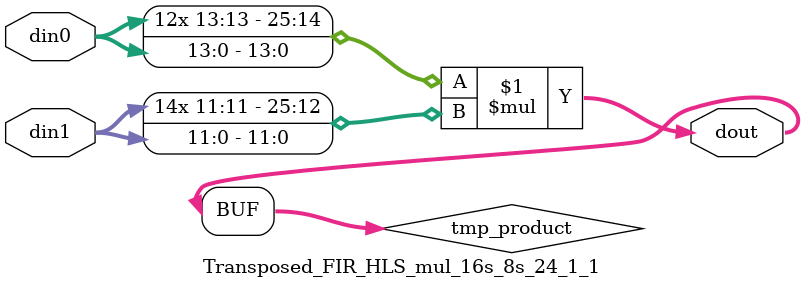
<source format=v>

`timescale 1 ns / 1 ps

 module Transposed_FIR_HLS_mul_16s_8s_24_1_1(din0, din1, dout);
parameter ID = 1;
parameter NUM_STAGE = 0;
parameter din0_WIDTH = 14;
parameter din1_WIDTH = 12;
parameter dout_WIDTH = 26;

input [din0_WIDTH - 1 : 0] din0; 
input [din1_WIDTH - 1 : 0] din1; 
output [dout_WIDTH - 1 : 0] dout;

wire signed [dout_WIDTH - 1 : 0] tmp_product;



























assign tmp_product = $signed(din0) * $signed(din1);








assign dout = tmp_product;





















endmodule

</source>
